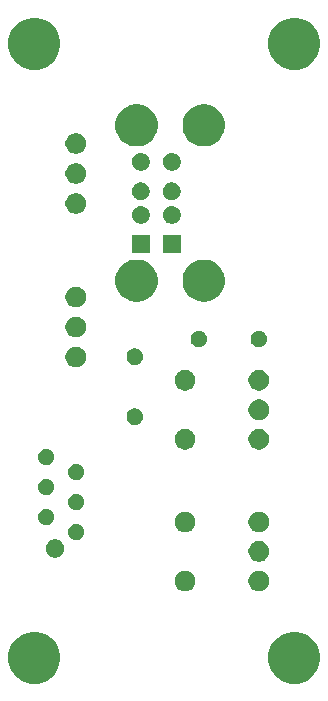
<source format=gbr>
%TF.GenerationSoftware,KiCad,Pcbnew,(5.1.6-0-10_14)*%
%TF.CreationDate,2020-08-18T03:36:25-05:00*%
%TF.ProjectId,Remote,52656d6f-7465-42e6-9b69-6361645f7063,rev?*%
%TF.SameCoordinates,Original*%
%TF.FileFunction,Soldermask,Top*%
%TF.FilePolarity,Negative*%
%FSLAX46Y46*%
G04 Gerber Fmt 4.6, Leading zero omitted, Abs format (unit mm)*
G04 Created by KiCad (PCBNEW (5.1.6-0-10_14)) date 2020-08-18 03:36:25*
%MOMM*%
%LPD*%
G01*
G04 APERTURE LIST*
%ADD10C,0.100000*%
G04 APERTURE END LIST*
D10*
G36*
X148677716Y-146936545D02*
G01*
X149078091Y-147102385D01*
X149078093Y-147102386D01*
X149258254Y-147222766D01*
X149438418Y-147343148D01*
X149744852Y-147649582D01*
X149985615Y-148009909D01*
X150151455Y-148410284D01*
X150236000Y-148835319D01*
X150236000Y-149268681D01*
X150151455Y-149693716D01*
X149985615Y-150094091D01*
X149744852Y-150454418D01*
X149438418Y-150760852D01*
X149258254Y-150881234D01*
X149078093Y-151001614D01*
X149078092Y-151001615D01*
X149078091Y-151001615D01*
X148677716Y-151167455D01*
X148252681Y-151252000D01*
X147819319Y-151252000D01*
X147394284Y-151167455D01*
X146993909Y-151001615D01*
X146993908Y-151001615D01*
X146993907Y-151001614D01*
X146813746Y-150881234D01*
X146633582Y-150760852D01*
X146327148Y-150454418D01*
X146086385Y-150094091D01*
X145920545Y-149693716D01*
X145836000Y-149268681D01*
X145836000Y-148835319D01*
X145920545Y-148410284D01*
X146086385Y-148009909D01*
X146327148Y-147649582D01*
X146633582Y-147343148D01*
X146813746Y-147222766D01*
X146993907Y-147102386D01*
X146993909Y-147102385D01*
X147394284Y-146936545D01*
X147819319Y-146852000D01*
X148252681Y-146852000D01*
X148677716Y-146936545D01*
G37*
G36*
X126677716Y-146936545D02*
G01*
X127078091Y-147102385D01*
X127078093Y-147102386D01*
X127258254Y-147222766D01*
X127438418Y-147343148D01*
X127744852Y-147649582D01*
X127985615Y-148009909D01*
X128151455Y-148410284D01*
X128236000Y-148835319D01*
X128236000Y-149268681D01*
X128151455Y-149693716D01*
X127985615Y-150094091D01*
X127744852Y-150454418D01*
X127438418Y-150760852D01*
X127258254Y-150881234D01*
X127078093Y-151001614D01*
X127078092Y-151001615D01*
X127078091Y-151001615D01*
X126677716Y-151167455D01*
X126252681Y-151252000D01*
X125819319Y-151252000D01*
X125394284Y-151167455D01*
X124993909Y-151001615D01*
X124993908Y-151001615D01*
X124993907Y-151001614D01*
X124813746Y-150881234D01*
X124633582Y-150760852D01*
X124327148Y-150454418D01*
X124086385Y-150094091D01*
X123920545Y-149693716D01*
X123836000Y-149268681D01*
X123836000Y-148835319D01*
X123920545Y-148410284D01*
X124086385Y-148009909D01*
X124327148Y-147649582D01*
X124633582Y-147343148D01*
X124813746Y-147222766D01*
X124993907Y-147102386D01*
X124993909Y-147102385D01*
X125394284Y-146936545D01*
X125819319Y-146852000D01*
X126252681Y-146852000D01*
X126677716Y-146936545D01*
G37*
G36*
X145291228Y-141710626D02*
G01*
X145450468Y-141776585D01*
X145450470Y-141776586D01*
X145522124Y-141824464D01*
X145593780Y-141872343D01*
X145715657Y-141994220D01*
X145811415Y-142137532D01*
X145877374Y-142296772D01*
X145911000Y-142465820D01*
X145911000Y-142638180D01*
X145877374Y-142807228D01*
X145811415Y-142966468D01*
X145715657Y-143109780D01*
X145593780Y-143231657D01*
X145522124Y-143279536D01*
X145450470Y-143327414D01*
X145450469Y-143327415D01*
X145450468Y-143327415D01*
X145291228Y-143393374D01*
X145122180Y-143427000D01*
X144949820Y-143427000D01*
X144780772Y-143393374D01*
X144621532Y-143327415D01*
X144621531Y-143327415D01*
X144621530Y-143327414D01*
X144549876Y-143279536D01*
X144478220Y-143231657D01*
X144356343Y-143109780D01*
X144260585Y-142966468D01*
X144194626Y-142807228D01*
X144161000Y-142638180D01*
X144161000Y-142465820D01*
X144194626Y-142296772D01*
X144260585Y-142137532D01*
X144356343Y-141994220D01*
X144478220Y-141872343D01*
X144549876Y-141824464D01*
X144621530Y-141776586D01*
X144621532Y-141776585D01*
X144780772Y-141710626D01*
X144949820Y-141677000D01*
X145122180Y-141677000D01*
X145291228Y-141710626D01*
G37*
G36*
X139041228Y-141710626D02*
G01*
X139200468Y-141776585D01*
X139200470Y-141776586D01*
X139272124Y-141824464D01*
X139343780Y-141872343D01*
X139465657Y-141994220D01*
X139561415Y-142137532D01*
X139627374Y-142296772D01*
X139661000Y-142465820D01*
X139661000Y-142638180D01*
X139627374Y-142807228D01*
X139561415Y-142966468D01*
X139465657Y-143109780D01*
X139343780Y-143231657D01*
X139272124Y-143279536D01*
X139200470Y-143327414D01*
X139200469Y-143327415D01*
X139200468Y-143327415D01*
X139041228Y-143393374D01*
X138872180Y-143427000D01*
X138699820Y-143427000D01*
X138530772Y-143393374D01*
X138371532Y-143327415D01*
X138371531Y-143327415D01*
X138371530Y-143327414D01*
X138299876Y-143279536D01*
X138228220Y-143231657D01*
X138106343Y-143109780D01*
X138010585Y-142966468D01*
X137944626Y-142807228D01*
X137911000Y-142638180D01*
X137911000Y-142465820D01*
X137944626Y-142296772D01*
X138010585Y-142137532D01*
X138106343Y-141994220D01*
X138228220Y-141872343D01*
X138299876Y-141824464D01*
X138371530Y-141776586D01*
X138371532Y-141776585D01*
X138530772Y-141710626D01*
X138699820Y-141677000D01*
X138872180Y-141677000D01*
X139041228Y-141710626D01*
G37*
G36*
X145291228Y-139210626D02*
G01*
X145450468Y-139276585D01*
X145450470Y-139276586D01*
X145497433Y-139307966D01*
X145593780Y-139372343D01*
X145715657Y-139494220D01*
X145811415Y-139637532D01*
X145877374Y-139796772D01*
X145911000Y-139965820D01*
X145911000Y-140138180D01*
X145877374Y-140307228D01*
X145811415Y-140466468D01*
X145715657Y-140609780D01*
X145593780Y-140731657D01*
X145522124Y-140779536D01*
X145450470Y-140827414D01*
X145450469Y-140827415D01*
X145450468Y-140827415D01*
X145291228Y-140893374D01*
X145122180Y-140927000D01*
X144949820Y-140927000D01*
X144780772Y-140893374D01*
X144621532Y-140827415D01*
X144621531Y-140827415D01*
X144621530Y-140827414D01*
X144549876Y-140779536D01*
X144478220Y-140731657D01*
X144356343Y-140609780D01*
X144260585Y-140466468D01*
X144194626Y-140307228D01*
X144161000Y-140138180D01*
X144161000Y-139965820D01*
X144194626Y-139796772D01*
X144260585Y-139637532D01*
X144356343Y-139494220D01*
X144478220Y-139372343D01*
X144574567Y-139307966D01*
X144621530Y-139276586D01*
X144621532Y-139276585D01*
X144780772Y-139210626D01*
X144949820Y-139177000D01*
X145122180Y-139177000D01*
X145291228Y-139210626D01*
G37*
G36*
X128002059Y-139056783D02*
G01*
X128143100Y-139115204D01*
X128270034Y-139200018D01*
X128377982Y-139307966D01*
X128462796Y-139434900D01*
X128521217Y-139575941D01*
X128551000Y-139725669D01*
X128551000Y-139878331D01*
X128521217Y-140028059D01*
X128462796Y-140169100D01*
X128377982Y-140296034D01*
X128270034Y-140403982D01*
X128143100Y-140488796D01*
X128002059Y-140547217D01*
X127852331Y-140577000D01*
X127699669Y-140577000D01*
X127549941Y-140547217D01*
X127408900Y-140488796D01*
X127281966Y-140403982D01*
X127174018Y-140296034D01*
X127089204Y-140169100D01*
X127030783Y-140028059D01*
X127001000Y-139878331D01*
X127001000Y-139725669D01*
X127030783Y-139575941D01*
X127089204Y-139434900D01*
X127174018Y-139307966D01*
X127281966Y-139200018D01*
X127408900Y-139115204D01*
X127549941Y-139056783D01*
X127699669Y-139027000D01*
X127852331Y-139027000D01*
X128002059Y-139056783D01*
G37*
G36*
X129777411Y-137738036D02*
G01*
X129903074Y-137790087D01*
X129903076Y-137790088D01*
X129959621Y-137827871D01*
X130016168Y-137865654D01*
X130112346Y-137961832D01*
X130187913Y-138074926D01*
X130239964Y-138200589D01*
X130266500Y-138333992D01*
X130266500Y-138470008D01*
X130239964Y-138603411D01*
X130187913Y-138729074D01*
X130112346Y-138842168D01*
X130016168Y-138938346D01*
X129959621Y-138976129D01*
X129903076Y-139013912D01*
X129903075Y-139013913D01*
X129903074Y-139013913D01*
X129777411Y-139065964D01*
X129644008Y-139092500D01*
X129507992Y-139092500D01*
X129374589Y-139065964D01*
X129248926Y-139013913D01*
X129248925Y-139013913D01*
X129248924Y-139013912D01*
X129192379Y-138976130D01*
X129135832Y-138938346D01*
X129039654Y-138842168D01*
X128964087Y-138729074D01*
X128912036Y-138603411D01*
X128885500Y-138470008D01*
X128885500Y-138333992D01*
X128912036Y-138200589D01*
X128964087Y-138074926D01*
X129039654Y-137961832D01*
X129135832Y-137865654D01*
X129192379Y-137827871D01*
X129248924Y-137790088D01*
X129248926Y-137790087D01*
X129374589Y-137738036D01*
X129507992Y-137711500D01*
X129644008Y-137711500D01*
X129777411Y-137738036D01*
G37*
G36*
X145291228Y-136710626D02*
G01*
X145450468Y-136776585D01*
X145450470Y-136776586D01*
X145522124Y-136824464D01*
X145593780Y-136872343D01*
X145715657Y-136994220D01*
X145811415Y-137137532D01*
X145877374Y-137296772D01*
X145911000Y-137465820D01*
X145911000Y-137638180D01*
X145877374Y-137807228D01*
X145811415Y-137966468D01*
X145715657Y-138109780D01*
X145593780Y-138231657D01*
X145522124Y-138279536D01*
X145450470Y-138327414D01*
X145450469Y-138327415D01*
X145450468Y-138327415D01*
X145291228Y-138393374D01*
X145122180Y-138427000D01*
X144949820Y-138427000D01*
X144780772Y-138393374D01*
X144621532Y-138327415D01*
X144621531Y-138327415D01*
X144621530Y-138327414D01*
X144549876Y-138279536D01*
X144478220Y-138231657D01*
X144356343Y-138109780D01*
X144260585Y-137966468D01*
X144194626Y-137807228D01*
X144161000Y-137638180D01*
X144161000Y-137465820D01*
X144194626Y-137296772D01*
X144260585Y-137137532D01*
X144356343Y-136994220D01*
X144478220Y-136872343D01*
X144549876Y-136824464D01*
X144621530Y-136776586D01*
X144621532Y-136776585D01*
X144780772Y-136710626D01*
X144949820Y-136677000D01*
X145122180Y-136677000D01*
X145291228Y-136710626D01*
G37*
G36*
X139041228Y-136710626D02*
G01*
X139200468Y-136776585D01*
X139200470Y-136776586D01*
X139272124Y-136824464D01*
X139343780Y-136872343D01*
X139465657Y-136994220D01*
X139561415Y-137137532D01*
X139627374Y-137296772D01*
X139661000Y-137465820D01*
X139661000Y-137638180D01*
X139627374Y-137807228D01*
X139561415Y-137966468D01*
X139465657Y-138109780D01*
X139343780Y-138231657D01*
X139272124Y-138279536D01*
X139200470Y-138327414D01*
X139200469Y-138327415D01*
X139200468Y-138327415D01*
X139041228Y-138393374D01*
X138872180Y-138427000D01*
X138699820Y-138427000D01*
X138530772Y-138393374D01*
X138371532Y-138327415D01*
X138371531Y-138327415D01*
X138371530Y-138327414D01*
X138299876Y-138279536D01*
X138228220Y-138231657D01*
X138106343Y-138109780D01*
X138010585Y-137966468D01*
X137944626Y-137807228D01*
X137911000Y-137638180D01*
X137911000Y-137465820D01*
X137944626Y-137296772D01*
X138010585Y-137137532D01*
X138106343Y-136994220D01*
X138228220Y-136872343D01*
X138299876Y-136824464D01*
X138371530Y-136776586D01*
X138371532Y-136776585D01*
X138530772Y-136710626D01*
X138699820Y-136677000D01*
X138872180Y-136677000D01*
X139041228Y-136710626D01*
G37*
G36*
X127237411Y-136468036D02*
G01*
X127363074Y-136520087D01*
X127363076Y-136520088D01*
X127419621Y-136557871D01*
X127476168Y-136595654D01*
X127572346Y-136691832D01*
X127647913Y-136804926D01*
X127699964Y-136930589D01*
X127726500Y-137063992D01*
X127726500Y-137200008D01*
X127699964Y-137333411D01*
X127647913Y-137459074D01*
X127647912Y-137459076D01*
X127610129Y-137515621D01*
X127572346Y-137572168D01*
X127476168Y-137668346D01*
X127419621Y-137706129D01*
X127363076Y-137743912D01*
X127363075Y-137743913D01*
X127363074Y-137743913D01*
X127237411Y-137795964D01*
X127104008Y-137822500D01*
X126967992Y-137822500D01*
X126834589Y-137795964D01*
X126708926Y-137743913D01*
X126708925Y-137743913D01*
X126708924Y-137743912D01*
X126652379Y-137706129D01*
X126595832Y-137668346D01*
X126499654Y-137572168D01*
X126461871Y-137515621D01*
X126424088Y-137459076D01*
X126424087Y-137459074D01*
X126372036Y-137333411D01*
X126345500Y-137200008D01*
X126345500Y-137063992D01*
X126372036Y-136930589D01*
X126424087Y-136804926D01*
X126499654Y-136691832D01*
X126595832Y-136595654D01*
X126652379Y-136557870D01*
X126708924Y-136520088D01*
X126708926Y-136520087D01*
X126834589Y-136468036D01*
X126967992Y-136441500D01*
X127104008Y-136441500D01*
X127237411Y-136468036D01*
G37*
G36*
X129777411Y-135198036D02*
G01*
X129903074Y-135250087D01*
X129903076Y-135250088D01*
X129959621Y-135287870D01*
X130016168Y-135325654D01*
X130112346Y-135421832D01*
X130187913Y-135534926D01*
X130239964Y-135660589D01*
X130266500Y-135793992D01*
X130266500Y-135930008D01*
X130239964Y-136063411D01*
X130187913Y-136189074D01*
X130112346Y-136302168D01*
X130016168Y-136398346D01*
X129959621Y-136436129D01*
X129903076Y-136473912D01*
X129903075Y-136473913D01*
X129903074Y-136473913D01*
X129777411Y-136525964D01*
X129644008Y-136552500D01*
X129507992Y-136552500D01*
X129374589Y-136525964D01*
X129248926Y-136473913D01*
X129248925Y-136473913D01*
X129248924Y-136473912D01*
X129192379Y-136436129D01*
X129135832Y-136398346D01*
X129039654Y-136302168D01*
X128964087Y-136189074D01*
X128912036Y-136063411D01*
X128885500Y-135930008D01*
X128885500Y-135793992D01*
X128912036Y-135660589D01*
X128964087Y-135534926D01*
X129039654Y-135421832D01*
X129135832Y-135325654D01*
X129192379Y-135287870D01*
X129248924Y-135250088D01*
X129248926Y-135250087D01*
X129374589Y-135198036D01*
X129507992Y-135171500D01*
X129644008Y-135171500D01*
X129777411Y-135198036D01*
G37*
G36*
X127237411Y-133928036D02*
G01*
X127363074Y-133980087D01*
X127363076Y-133980088D01*
X127419621Y-134017871D01*
X127476168Y-134055654D01*
X127572346Y-134151832D01*
X127647913Y-134264926D01*
X127699964Y-134390589D01*
X127726500Y-134523992D01*
X127726500Y-134660008D01*
X127699964Y-134793411D01*
X127647913Y-134919074D01*
X127572346Y-135032168D01*
X127476168Y-135128346D01*
X127419621Y-135166130D01*
X127363076Y-135203912D01*
X127363075Y-135203913D01*
X127363074Y-135203913D01*
X127237411Y-135255964D01*
X127104008Y-135282500D01*
X126967992Y-135282500D01*
X126834589Y-135255964D01*
X126708926Y-135203913D01*
X126708925Y-135203913D01*
X126708924Y-135203912D01*
X126652379Y-135166130D01*
X126595832Y-135128346D01*
X126499654Y-135032168D01*
X126424087Y-134919074D01*
X126372036Y-134793411D01*
X126345500Y-134660008D01*
X126345500Y-134523992D01*
X126372036Y-134390589D01*
X126424087Y-134264926D01*
X126499654Y-134151832D01*
X126595832Y-134055654D01*
X126652379Y-134017871D01*
X126708924Y-133980088D01*
X126708926Y-133980087D01*
X126834589Y-133928036D01*
X126967992Y-133901500D01*
X127104008Y-133901500D01*
X127237411Y-133928036D01*
G37*
G36*
X129777411Y-132658036D02*
G01*
X129903074Y-132710087D01*
X129903076Y-132710088D01*
X129959621Y-132747871D01*
X130016168Y-132785654D01*
X130112346Y-132881832D01*
X130187913Y-132994926D01*
X130239964Y-133120589D01*
X130266500Y-133253992D01*
X130266500Y-133390008D01*
X130239964Y-133523411D01*
X130187913Y-133649074D01*
X130112346Y-133762168D01*
X130016168Y-133858346D01*
X129959621Y-133896130D01*
X129903076Y-133933912D01*
X129903075Y-133933913D01*
X129903074Y-133933913D01*
X129777411Y-133985964D01*
X129644008Y-134012500D01*
X129507992Y-134012500D01*
X129374589Y-133985964D01*
X129248926Y-133933913D01*
X129248925Y-133933913D01*
X129248924Y-133933912D01*
X129192379Y-133896129D01*
X129135832Y-133858346D01*
X129039654Y-133762168D01*
X128964087Y-133649074D01*
X128912036Y-133523411D01*
X128885500Y-133390008D01*
X128885500Y-133253992D01*
X128912036Y-133120589D01*
X128964087Y-132994926D01*
X129039654Y-132881832D01*
X129135832Y-132785654D01*
X129192379Y-132747871D01*
X129248924Y-132710088D01*
X129248926Y-132710087D01*
X129374589Y-132658036D01*
X129507992Y-132631500D01*
X129644008Y-132631500D01*
X129777411Y-132658036D01*
G37*
G36*
X127237411Y-131388036D02*
G01*
X127363074Y-131440087D01*
X127363076Y-131440088D01*
X127419621Y-131477870D01*
X127476168Y-131515654D01*
X127572346Y-131611832D01*
X127647913Y-131724926D01*
X127699964Y-131850589D01*
X127726500Y-131983992D01*
X127726500Y-132120008D01*
X127699964Y-132253411D01*
X127647913Y-132379074D01*
X127572346Y-132492168D01*
X127476168Y-132588346D01*
X127419621Y-132626129D01*
X127363076Y-132663912D01*
X127363075Y-132663913D01*
X127363074Y-132663913D01*
X127237411Y-132715964D01*
X127104008Y-132742500D01*
X126967992Y-132742500D01*
X126834589Y-132715964D01*
X126708926Y-132663913D01*
X126708925Y-132663913D01*
X126708924Y-132663912D01*
X126652379Y-132626129D01*
X126595832Y-132588346D01*
X126499654Y-132492168D01*
X126424087Y-132379074D01*
X126372036Y-132253411D01*
X126345500Y-132120008D01*
X126345500Y-131983992D01*
X126372036Y-131850589D01*
X126424087Y-131724926D01*
X126499654Y-131611832D01*
X126595832Y-131515654D01*
X126652379Y-131477871D01*
X126708924Y-131440088D01*
X126708926Y-131440087D01*
X126834589Y-131388036D01*
X126967992Y-131361500D01*
X127104008Y-131361500D01*
X127237411Y-131388036D01*
G37*
G36*
X145291228Y-129710626D02*
G01*
X145450468Y-129776585D01*
X145450470Y-129776586D01*
X145522124Y-129824464D01*
X145593780Y-129872343D01*
X145715657Y-129994220D01*
X145811415Y-130137532D01*
X145877374Y-130296772D01*
X145911000Y-130465820D01*
X145911000Y-130638180D01*
X145877374Y-130807228D01*
X145811415Y-130966468D01*
X145715657Y-131109780D01*
X145593780Y-131231657D01*
X145522124Y-131279536D01*
X145450470Y-131327414D01*
X145450469Y-131327415D01*
X145450468Y-131327415D01*
X145291228Y-131393374D01*
X145122180Y-131427000D01*
X144949820Y-131427000D01*
X144780772Y-131393374D01*
X144621532Y-131327415D01*
X144621531Y-131327415D01*
X144621530Y-131327414D01*
X144549876Y-131279536D01*
X144478220Y-131231657D01*
X144356343Y-131109780D01*
X144260585Y-130966468D01*
X144194626Y-130807228D01*
X144161000Y-130638180D01*
X144161000Y-130465820D01*
X144194626Y-130296772D01*
X144260585Y-130137532D01*
X144356343Y-129994220D01*
X144478220Y-129872343D01*
X144549876Y-129824464D01*
X144621530Y-129776586D01*
X144621532Y-129776585D01*
X144780772Y-129710626D01*
X144949820Y-129677000D01*
X145122180Y-129677000D01*
X145291228Y-129710626D01*
G37*
G36*
X139041228Y-129710626D02*
G01*
X139200468Y-129776585D01*
X139200470Y-129776586D01*
X139272124Y-129824464D01*
X139343780Y-129872343D01*
X139465657Y-129994220D01*
X139561415Y-130137532D01*
X139627374Y-130296772D01*
X139661000Y-130465820D01*
X139661000Y-130638180D01*
X139627374Y-130807228D01*
X139561415Y-130966468D01*
X139465657Y-131109780D01*
X139343780Y-131231657D01*
X139272124Y-131279536D01*
X139200470Y-131327414D01*
X139200469Y-131327415D01*
X139200468Y-131327415D01*
X139041228Y-131393374D01*
X138872180Y-131427000D01*
X138699820Y-131427000D01*
X138530772Y-131393374D01*
X138371532Y-131327415D01*
X138371531Y-131327415D01*
X138371530Y-131327414D01*
X138299876Y-131279536D01*
X138228220Y-131231657D01*
X138106343Y-131109780D01*
X138010585Y-130966468D01*
X137944626Y-130807228D01*
X137911000Y-130638180D01*
X137911000Y-130465820D01*
X137944626Y-130296772D01*
X138010585Y-130137532D01*
X138106343Y-129994220D01*
X138228220Y-129872343D01*
X138299876Y-129824464D01*
X138371530Y-129776586D01*
X138371532Y-129776585D01*
X138530772Y-129710626D01*
X138699820Y-129677000D01*
X138872180Y-129677000D01*
X139041228Y-129710626D01*
G37*
G36*
X134740182Y-127958901D02*
G01*
X134867574Y-128011668D01*
X134982224Y-128088274D01*
X135079726Y-128185776D01*
X135156332Y-128300426D01*
X135209099Y-128427818D01*
X135236000Y-128563056D01*
X135236000Y-128700944D01*
X135209099Y-128836182D01*
X135156332Y-128963574D01*
X135079726Y-129078224D01*
X134982224Y-129175726D01*
X134867574Y-129252332D01*
X134740182Y-129305099D01*
X134604944Y-129332000D01*
X134467056Y-129332000D01*
X134331818Y-129305099D01*
X134204426Y-129252332D01*
X134089776Y-129175726D01*
X133992274Y-129078224D01*
X133915668Y-128963574D01*
X133862901Y-128836182D01*
X133836000Y-128700944D01*
X133836000Y-128563056D01*
X133862901Y-128427818D01*
X133915668Y-128300426D01*
X133992274Y-128185776D01*
X134089776Y-128088274D01*
X134204426Y-128011668D01*
X134331818Y-127958901D01*
X134467056Y-127932000D01*
X134604944Y-127932000D01*
X134740182Y-127958901D01*
G37*
G36*
X145291228Y-127210626D02*
G01*
X145450468Y-127276585D01*
X145450470Y-127276586D01*
X145522124Y-127324464D01*
X145593780Y-127372343D01*
X145715657Y-127494220D01*
X145811415Y-127637532D01*
X145877374Y-127796772D01*
X145911000Y-127965820D01*
X145911000Y-128138180D01*
X145877374Y-128307228D01*
X145811415Y-128466468D01*
X145715657Y-128609780D01*
X145593780Y-128731657D01*
X145522124Y-128779536D01*
X145450470Y-128827414D01*
X145450469Y-128827415D01*
X145450468Y-128827415D01*
X145291228Y-128893374D01*
X145122180Y-128927000D01*
X144949820Y-128927000D01*
X144780772Y-128893374D01*
X144621532Y-128827415D01*
X144621531Y-128827415D01*
X144621530Y-128827414D01*
X144549876Y-128779536D01*
X144478220Y-128731657D01*
X144356343Y-128609780D01*
X144260585Y-128466468D01*
X144194626Y-128307228D01*
X144161000Y-128138180D01*
X144161000Y-127965820D01*
X144194626Y-127796772D01*
X144260585Y-127637532D01*
X144356343Y-127494220D01*
X144478220Y-127372343D01*
X144549876Y-127324464D01*
X144621530Y-127276586D01*
X144621532Y-127276585D01*
X144780772Y-127210626D01*
X144949820Y-127177000D01*
X145122180Y-127177000D01*
X145291228Y-127210626D01*
G37*
G36*
X145291228Y-124710626D02*
G01*
X145450468Y-124776585D01*
X145450470Y-124776586D01*
X145522124Y-124824464D01*
X145593780Y-124872343D01*
X145715657Y-124994220D01*
X145811415Y-125137532D01*
X145877374Y-125296772D01*
X145911000Y-125465820D01*
X145911000Y-125638180D01*
X145877374Y-125807228D01*
X145811415Y-125966468D01*
X145715657Y-126109780D01*
X145593780Y-126231657D01*
X145522124Y-126279536D01*
X145450470Y-126327414D01*
X145450469Y-126327415D01*
X145450468Y-126327415D01*
X145291228Y-126393374D01*
X145122180Y-126427000D01*
X144949820Y-126427000D01*
X144780772Y-126393374D01*
X144621532Y-126327415D01*
X144621531Y-126327415D01*
X144621530Y-126327414D01*
X144549876Y-126279536D01*
X144478220Y-126231657D01*
X144356343Y-126109780D01*
X144260585Y-125966468D01*
X144194626Y-125807228D01*
X144161000Y-125638180D01*
X144161000Y-125465820D01*
X144194626Y-125296772D01*
X144260585Y-125137532D01*
X144356343Y-124994220D01*
X144478220Y-124872343D01*
X144549876Y-124824464D01*
X144621530Y-124776586D01*
X144621532Y-124776585D01*
X144780772Y-124710626D01*
X144949820Y-124677000D01*
X145122180Y-124677000D01*
X145291228Y-124710626D01*
G37*
G36*
X139041228Y-124710626D02*
G01*
X139200468Y-124776585D01*
X139200470Y-124776586D01*
X139272124Y-124824464D01*
X139343780Y-124872343D01*
X139465657Y-124994220D01*
X139561415Y-125137532D01*
X139627374Y-125296772D01*
X139661000Y-125465820D01*
X139661000Y-125638180D01*
X139627374Y-125807228D01*
X139561415Y-125966468D01*
X139465657Y-126109780D01*
X139343780Y-126231657D01*
X139272124Y-126279536D01*
X139200470Y-126327414D01*
X139200469Y-126327415D01*
X139200468Y-126327415D01*
X139041228Y-126393374D01*
X138872180Y-126427000D01*
X138699820Y-126427000D01*
X138530772Y-126393374D01*
X138371532Y-126327415D01*
X138371531Y-126327415D01*
X138371530Y-126327414D01*
X138299876Y-126279536D01*
X138228220Y-126231657D01*
X138106343Y-126109780D01*
X138010585Y-125966468D01*
X137944626Y-125807228D01*
X137911000Y-125638180D01*
X137911000Y-125465820D01*
X137944626Y-125296772D01*
X138010585Y-125137532D01*
X138106343Y-124994220D01*
X138228220Y-124872343D01*
X138299876Y-124824464D01*
X138371530Y-124776586D01*
X138371532Y-124776585D01*
X138530772Y-124710626D01*
X138699820Y-124677000D01*
X138872180Y-124677000D01*
X139041228Y-124710626D01*
G37*
G36*
X129791228Y-122750626D02*
G01*
X129950468Y-122816585D01*
X129950470Y-122816586D01*
X130003470Y-122852000D01*
X130093780Y-122912343D01*
X130215657Y-123034220D01*
X130311415Y-123177532D01*
X130377374Y-123336772D01*
X130411000Y-123505820D01*
X130411000Y-123678180D01*
X130377374Y-123847228D01*
X130311415Y-124006468D01*
X130215657Y-124149780D01*
X130093780Y-124271657D01*
X130022124Y-124319536D01*
X129950470Y-124367414D01*
X129950469Y-124367415D01*
X129950468Y-124367415D01*
X129791228Y-124433374D01*
X129622180Y-124467000D01*
X129449820Y-124467000D01*
X129280772Y-124433374D01*
X129121532Y-124367415D01*
X129121531Y-124367415D01*
X129121530Y-124367414D01*
X129049876Y-124319536D01*
X128978220Y-124271657D01*
X128856343Y-124149780D01*
X128760585Y-124006468D01*
X128694626Y-123847228D01*
X128661000Y-123678180D01*
X128661000Y-123505820D01*
X128694626Y-123336772D01*
X128760585Y-123177532D01*
X128856343Y-123034220D01*
X128978220Y-122912343D01*
X129068530Y-122852000D01*
X129121530Y-122816586D01*
X129121532Y-122816585D01*
X129280772Y-122750626D01*
X129449820Y-122717000D01*
X129622180Y-122717000D01*
X129791228Y-122750626D01*
G37*
G36*
X134740182Y-122878901D02*
G01*
X134867574Y-122931668D01*
X134982224Y-123008274D01*
X135079726Y-123105776D01*
X135156332Y-123220426D01*
X135209099Y-123347818D01*
X135236000Y-123483056D01*
X135236000Y-123620944D01*
X135209099Y-123756182D01*
X135156332Y-123883574D01*
X135079726Y-123998224D01*
X134982224Y-124095726D01*
X134867574Y-124172332D01*
X134740182Y-124225099D01*
X134604944Y-124252000D01*
X134467056Y-124252000D01*
X134331818Y-124225099D01*
X134204426Y-124172332D01*
X134089776Y-124095726D01*
X133992274Y-123998224D01*
X133915668Y-123883574D01*
X133862901Y-123756182D01*
X133836000Y-123620944D01*
X133836000Y-123483056D01*
X133862901Y-123347818D01*
X133915668Y-123220426D01*
X133992274Y-123105776D01*
X134089776Y-123008274D01*
X134204426Y-122931668D01*
X134331818Y-122878901D01*
X134467056Y-122852000D01*
X134604944Y-122852000D01*
X134740182Y-122878901D01*
G37*
G36*
X140160182Y-121378901D02*
G01*
X140287574Y-121431668D01*
X140402224Y-121508274D01*
X140499726Y-121605776D01*
X140576332Y-121720426D01*
X140629099Y-121847818D01*
X140656000Y-121983056D01*
X140656000Y-122120944D01*
X140629099Y-122256182D01*
X140576332Y-122383574D01*
X140499726Y-122498224D01*
X140402224Y-122595726D01*
X140287574Y-122672332D01*
X140160182Y-122725099D01*
X140024944Y-122752000D01*
X139887056Y-122752000D01*
X139751818Y-122725099D01*
X139624426Y-122672332D01*
X139509776Y-122595726D01*
X139412274Y-122498224D01*
X139335668Y-122383574D01*
X139282901Y-122256182D01*
X139256000Y-122120944D01*
X139256000Y-121983056D01*
X139282901Y-121847818D01*
X139335668Y-121720426D01*
X139412274Y-121605776D01*
X139509776Y-121508274D01*
X139624426Y-121431668D01*
X139751818Y-121378901D01*
X139887056Y-121352000D01*
X140024944Y-121352000D01*
X140160182Y-121378901D01*
G37*
G36*
X145240182Y-121378901D02*
G01*
X145367574Y-121431668D01*
X145482224Y-121508274D01*
X145579726Y-121605776D01*
X145656332Y-121720426D01*
X145709099Y-121847818D01*
X145736000Y-121983056D01*
X145736000Y-122120944D01*
X145709099Y-122256182D01*
X145656332Y-122383574D01*
X145579726Y-122498224D01*
X145482224Y-122595726D01*
X145367574Y-122672332D01*
X145240182Y-122725099D01*
X145104944Y-122752000D01*
X144967056Y-122752000D01*
X144831818Y-122725099D01*
X144704426Y-122672332D01*
X144589776Y-122595726D01*
X144492274Y-122498224D01*
X144415668Y-122383574D01*
X144362901Y-122256182D01*
X144336000Y-122120944D01*
X144336000Y-121983056D01*
X144362901Y-121847818D01*
X144415668Y-121720426D01*
X144492274Y-121605776D01*
X144589776Y-121508274D01*
X144704426Y-121431668D01*
X144831818Y-121378901D01*
X144967056Y-121352000D01*
X145104944Y-121352000D01*
X145240182Y-121378901D01*
G37*
G36*
X129791228Y-120210626D02*
G01*
X129950468Y-120276585D01*
X129950470Y-120276586D01*
X130022124Y-120324464D01*
X130093780Y-120372343D01*
X130215657Y-120494220D01*
X130311415Y-120637532D01*
X130377374Y-120796772D01*
X130411000Y-120965820D01*
X130411000Y-121138180D01*
X130377374Y-121307228D01*
X130311415Y-121466468D01*
X130215657Y-121609780D01*
X130093780Y-121731657D01*
X130022124Y-121779536D01*
X129950470Y-121827414D01*
X129950469Y-121827415D01*
X129950468Y-121827415D01*
X129791228Y-121893374D01*
X129622180Y-121927000D01*
X129449820Y-121927000D01*
X129280772Y-121893374D01*
X129121532Y-121827415D01*
X129121531Y-121827415D01*
X129121530Y-121827414D01*
X129049876Y-121779536D01*
X128978220Y-121731657D01*
X128856343Y-121609780D01*
X128760585Y-121466468D01*
X128694626Y-121307228D01*
X128661000Y-121138180D01*
X128661000Y-120965820D01*
X128694626Y-120796772D01*
X128760585Y-120637532D01*
X128856343Y-120494220D01*
X128978220Y-120372343D01*
X129049876Y-120324464D01*
X129121530Y-120276586D01*
X129121532Y-120276585D01*
X129280772Y-120210626D01*
X129449820Y-120177000D01*
X129622180Y-120177000D01*
X129791228Y-120210626D01*
G37*
G36*
X129791228Y-117670626D02*
G01*
X129950468Y-117736585D01*
X129950470Y-117736586D01*
X130022124Y-117784464D01*
X130093780Y-117832343D01*
X130215657Y-117954220D01*
X130311415Y-118097532D01*
X130377374Y-118256772D01*
X130411000Y-118425820D01*
X130411000Y-118598180D01*
X130377374Y-118767228D01*
X130311415Y-118926468D01*
X130215657Y-119069780D01*
X130093780Y-119191657D01*
X130022124Y-119239536D01*
X129950470Y-119287414D01*
X129950469Y-119287415D01*
X129950468Y-119287415D01*
X129791228Y-119353374D01*
X129622180Y-119387000D01*
X129449820Y-119387000D01*
X129280772Y-119353374D01*
X129121532Y-119287415D01*
X129121531Y-119287415D01*
X129121530Y-119287414D01*
X129049876Y-119239536D01*
X128978220Y-119191657D01*
X128856343Y-119069780D01*
X128760585Y-118926468D01*
X128694626Y-118767228D01*
X128661000Y-118598180D01*
X128661000Y-118425820D01*
X128694626Y-118256772D01*
X128760585Y-118097532D01*
X128856343Y-117954220D01*
X128978220Y-117832343D01*
X129049876Y-117784464D01*
X129121530Y-117736586D01*
X129121532Y-117736585D01*
X129280772Y-117670626D01*
X129449820Y-117637000D01*
X129622180Y-117637000D01*
X129791228Y-117670626D01*
G37*
G36*
X140714236Y-115371298D02*
G01*
X140886665Y-115405596D01*
X141211515Y-115540153D01*
X141503871Y-115735500D01*
X141752500Y-115984129D01*
X141947847Y-116276485D01*
X142082404Y-116601335D01*
X142151000Y-116946193D01*
X142151000Y-117297807D01*
X142082404Y-117642665D01*
X141947847Y-117967515D01*
X141752500Y-118259871D01*
X141503871Y-118508500D01*
X141211515Y-118703847D01*
X140886665Y-118838404D01*
X140714236Y-118872702D01*
X140541809Y-118907000D01*
X140190191Y-118907000D01*
X140017764Y-118872702D01*
X139845335Y-118838404D01*
X139520485Y-118703847D01*
X139228129Y-118508500D01*
X138979500Y-118259871D01*
X138784153Y-117967515D01*
X138649596Y-117642665D01*
X138581000Y-117297807D01*
X138581000Y-116946193D01*
X138649596Y-116601335D01*
X138784153Y-116276485D01*
X138979500Y-115984129D01*
X139228129Y-115735500D01*
X139520485Y-115540153D01*
X139845335Y-115405596D01*
X140017764Y-115371298D01*
X140190191Y-115337000D01*
X140541809Y-115337000D01*
X140714236Y-115371298D01*
G37*
G36*
X135034236Y-115371298D02*
G01*
X135206665Y-115405596D01*
X135531515Y-115540153D01*
X135823871Y-115735500D01*
X136072500Y-115984129D01*
X136267847Y-116276485D01*
X136402404Y-116601335D01*
X136471000Y-116946193D01*
X136471000Y-117297807D01*
X136402404Y-117642665D01*
X136267847Y-117967515D01*
X136072500Y-118259871D01*
X135823871Y-118508500D01*
X135531515Y-118703847D01*
X135206665Y-118838404D01*
X135034236Y-118872702D01*
X134861809Y-118907000D01*
X134510191Y-118907000D01*
X134337764Y-118872702D01*
X134165335Y-118838404D01*
X133840485Y-118703847D01*
X133548129Y-118508500D01*
X133299500Y-118259871D01*
X133104153Y-117967515D01*
X132969596Y-117642665D01*
X132901000Y-117297807D01*
X132901000Y-116946193D01*
X132969596Y-116601335D01*
X133104153Y-116276485D01*
X133299500Y-115984129D01*
X133548129Y-115735500D01*
X133840485Y-115540153D01*
X134165335Y-115405596D01*
X134337764Y-115371298D01*
X134510191Y-115337000D01*
X134861809Y-115337000D01*
X135034236Y-115371298D01*
G37*
G36*
X138406000Y-114802000D02*
G01*
X136906000Y-114802000D01*
X136906000Y-113302000D01*
X138406000Y-113302000D01*
X138406000Y-114802000D01*
G37*
G36*
X135786000Y-114802000D02*
G01*
X134286000Y-114802000D01*
X134286000Y-113302000D01*
X135786000Y-113302000D01*
X135786000Y-114802000D01*
G37*
G36*
X135254767Y-110830822D02*
G01*
X135345761Y-110868513D01*
X135391259Y-110887359D01*
X135472965Y-110941954D01*
X135514097Y-110969437D01*
X135618563Y-111073903D01*
X135618564Y-111073905D01*
X135700641Y-111196741D01*
X135700641Y-111196742D01*
X135757178Y-111333233D01*
X135786000Y-111478131D01*
X135786000Y-111625869D01*
X135757178Y-111770767D01*
X135719487Y-111861761D01*
X135700641Y-111907259D01*
X135646046Y-111988965D01*
X135618563Y-112030097D01*
X135514097Y-112134563D01*
X135472965Y-112162046D01*
X135391259Y-112216641D01*
X135345761Y-112235487D01*
X135254767Y-112273178D01*
X135109869Y-112302000D01*
X134962131Y-112302000D01*
X134817233Y-112273178D01*
X134726239Y-112235487D01*
X134680741Y-112216641D01*
X134599035Y-112162046D01*
X134557903Y-112134563D01*
X134453437Y-112030097D01*
X134425954Y-111988965D01*
X134371359Y-111907259D01*
X134352513Y-111861761D01*
X134314822Y-111770767D01*
X134286000Y-111625869D01*
X134286000Y-111478131D01*
X134314822Y-111333233D01*
X134371359Y-111196742D01*
X134371359Y-111196741D01*
X134453436Y-111073905D01*
X134453437Y-111073903D01*
X134557903Y-110969437D01*
X134599035Y-110941954D01*
X134680741Y-110887359D01*
X134726239Y-110868513D01*
X134817233Y-110830822D01*
X134962131Y-110802000D01*
X135109869Y-110802000D01*
X135254767Y-110830822D01*
G37*
G36*
X137874767Y-110830822D02*
G01*
X137965761Y-110868513D01*
X138011259Y-110887359D01*
X138092965Y-110941954D01*
X138134097Y-110969437D01*
X138238563Y-111073903D01*
X138238564Y-111073905D01*
X138320641Y-111196741D01*
X138320641Y-111196742D01*
X138377178Y-111333233D01*
X138406000Y-111478131D01*
X138406000Y-111625869D01*
X138377178Y-111770767D01*
X138339487Y-111861761D01*
X138320641Y-111907259D01*
X138266046Y-111988965D01*
X138238563Y-112030097D01*
X138134097Y-112134563D01*
X138092965Y-112162046D01*
X138011259Y-112216641D01*
X137965761Y-112235487D01*
X137874767Y-112273178D01*
X137729869Y-112302000D01*
X137582131Y-112302000D01*
X137437233Y-112273178D01*
X137346239Y-112235487D01*
X137300741Y-112216641D01*
X137219035Y-112162046D01*
X137177903Y-112134563D01*
X137073437Y-112030097D01*
X137045954Y-111988965D01*
X136991359Y-111907259D01*
X136972513Y-111861761D01*
X136934822Y-111770767D01*
X136906000Y-111625869D01*
X136906000Y-111478131D01*
X136934822Y-111333233D01*
X136991359Y-111196742D01*
X136991359Y-111196741D01*
X137073436Y-111073905D01*
X137073437Y-111073903D01*
X137177903Y-110969437D01*
X137219035Y-110941954D01*
X137300741Y-110887359D01*
X137346239Y-110868513D01*
X137437233Y-110830822D01*
X137582131Y-110802000D01*
X137729869Y-110802000D01*
X137874767Y-110830822D01*
G37*
G36*
X129791228Y-109750626D02*
G01*
X129950468Y-109816585D01*
X129950470Y-109816586D01*
X130022124Y-109864464D01*
X130093780Y-109912343D01*
X130215657Y-110034220D01*
X130311415Y-110177532D01*
X130377374Y-110336772D01*
X130411000Y-110505820D01*
X130411000Y-110678180D01*
X130377374Y-110847228D01*
X130311415Y-111006468D01*
X130215657Y-111149780D01*
X130093780Y-111271657D01*
X130022124Y-111319536D01*
X129950470Y-111367414D01*
X129950469Y-111367415D01*
X129950468Y-111367415D01*
X129791228Y-111433374D01*
X129622180Y-111467000D01*
X129449820Y-111467000D01*
X129280772Y-111433374D01*
X129121532Y-111367415D01*
X129121531Y-111367415D01*
X129121530Y-111367414D01*
X129049876Y-111319536D01*
X128978220Y-111271657D01*
X128856343Y-111149780D01*
X128760585Y-111006468D01*
X128694626Y-110847228D01*
X128661000Y-110678180D01*
X128661000Y-110505820D01*
X128694626Y-110336772D01*
X128760585Y-110177532D01*
X128856343Y-110034220D01*
X128978220Y-109912343D01*
X129049876Y-109864464D01*
X129121530Y-109816586D01*
X129121532Y-109816585D01*
X129280772Y-109750626D01*
X129449820Y-109717000D01*
X129622180Y-109717000D01*
X129791228Y-109750626D01*
G37*
G36*
X135254767Y-108830822D02*
G01*
X135345761Y-108868513D01*
X135391259Y-108887359D01*
X135472965Y-108941954D01*
X135514097Y-108969437D01*
X135618563Y-109073903D01*
X135618564Y-109073905D01*
X135700641Y-109196741D01*
X135700641Y-109196742D01*
X135757178Y-109333233D01*
X135786000Y-109478131D01*
X135786000Y-109625869D01*
X135757178Y-109770767D01*
X135738199Y-109816585D01*
X135700641Y-109907259D01*
X135646046Y-109988965D01*
X135618563Y-110030097D01*
X135514097Y-110134563D01*
X135472965Y-110162046D01*
X135391259Y-110216641D01*
X135345761Y-110235487D01*
X135254767Y-110273178D01*
X135109869Y-110302000D01*
X134962131Y-110302000D01*
X134817233Y-110273178D01*
X134726239Y-110235487D01*
X134680741Y-110216641D01*
X134599035Y-110162046D01*
X134557903Y-110134563D01*
X134453437Y-110030097D01*
X134425954Y-109988965D01*
X134371359Y-109907259D01*
X134333801Y-109816585D01*
X134314822Y-109770767D01*
X134286000Y-109625869D01*
X134286000Y-109478131D01*
X134314822Y-109333233D01*
X134371359Y-109196742D01*
X134371359Y-109196741D01*
X134453436Y-109073905D01*
X134453437Y-109073903D01*
X134557903Y-108969437D01*
X134599035Y-108941954D01*
X134680741Y-108887359D01*
X134726239Y-108868513D01*
X134817233Y-108830822D01*
X134962131Y-108802000D01*
X135109869Y-108802000D01*
X135254767Y-108830822D01*
G37*
G36*
X137874767Y-108830822D02*
G01*
X137965761Y-108868513D01*
X138011259Y-108887359D01*
X138092965Y-108941954D01*
X138134097Y-108969437D01*
X138238563Y-109073903D01*
X138238564Y-109073905D01*
X138320641Y-109196741D01*
X138320641Y-109196742D01*
X138377178Y-109333233D01*
X138406000Y-109478131D01*
X138406000Y-109625869D01*
X138377178Y-109770767D01*
X138358199Y-109816585D01*
X138320641Y-109907259D01*
X138266046Y-109988965D01*
X138238563Y-110030097D01*
X138134097Y-110134563D01*
X138092965Y-110162046D01*
X138011259Y-110216641D01*
X137965761Y-110235487D01*
X137874767Y-110273178D01*
X137729869Y-110302000D01*
X137582131Y-110302000D01*
X137437233Y-110273178D01*
X137346239Y-110235487D01*
X137300741Y-110216641D01*
X137219035Y-110162046D01*
X137177903Y-110134563D01*
X137073437Y-110030097D01*
X137045954Y-109988965D01*
X136991359Y-109907259D01*
X136953801Y-109816585D01*
X136934822Y-109770767D01*
X136906000Y-109625869D01*
X136906000Y-109478131D01*
X136934822Y-109333233D01*
X136991359Y-109196742D01*
X136991359Y-109196741D01*
X137073436Y-109073905D01*
X137073437Y-109073903D01*
X137177903Y-108969437D01*
X137219035Y-108941954D01*
X137300741Y-108887359D01*
X137346239Y-108868513D01*
X137437233Y-108830822D01*
X137582131Y-108802000D01*
X137729869Y-108802000D01*
X137874767Y-108830822D01*
G37*
G36*
X129791228Y-107210626D02*
G01*
X129950468Y-107276585D01*
X129950470Y-107276586D01*
X130022124Y-107324464D01*
X130093780Y-107372343D01*
X130215657Y-107494220D01*
X130215658Y-107494222D01*
X130309432Y-107634563D01*
X130311415Y-107637532D01*
X130377374Y-107796772D01*
X130411000Y-107965820D01*
X130411000Y-108138180D01*
X130377374Y-108307228D01*
X130311415Y-108466468D01*
X130215657Y-108609780D01*
X130093780Y-108731657D01*
X130022124Y-108779536D01*
X129950470Y-108827414D01*
X129950469Y-108827415D01*
X129950468Y-108827415D01*
X129791228Y-108893374D01*
X129622180Y-108927000D01*
X129449820Y-108927000D01*
X129280772Y-108893374D01*
X129121532Y-108827415D01*
X129121531Y-108827415D01*
X129121530Y-108827414D01*
X129049876Y-108779536D01*
X128978220Y-108731657D01*
X128856343Y-108609780D01*
X128760585Y-108466468D01*
X128694626Y-108307228D01*
X128661000Y-108138180D01*
X128661000Y-107965820D01*
X128694626Y-107796772D01*
X128760585Y-107637532D01*
X128762569Y-107634563D01*
X128856342Y-107494222D01*
X128856343Y-107494220D01*
X128978220Y-107372343D01*
X129049876Y-107324464D01*
X129121530Y-107276586D01*
X129121532Y-107276585D01*
X129280772Y-107210626D01*
X129449820Y-107177000D01*
X129622180Y-107177000D01*
X129791228Y-107210626D01*
G37*
G36*
X135254767Y-106330822D02*
G01*
X135345761Y-106368513D01*
X135391259Y-106387359D01*
X135472965Y-106441954D01*
X135514097Y-106469437D01*
X135618563Y-106573903D01*
X135618564Y-106573905D01*
X135700641Y-106696741D01*
X135700641Y-106696742D01*
X135757178Y-106833233D01*
X135786000Y-106978131D01*
X135786000Y-107125869D01*
X135757178Y-107270767D01*
X135719487Y-107361761D01*
X135700641Y-107407259D01*
X135646046Y-107488965D01*
X135618563Y-107530097D01*
X135514097Y-107634563D01*
X135472965Y-107662046D01*
X135391259Y-107716641D01*
X135345761Y-107735487D01*
X135254767Y-107773178D01*
X135109869Y-107802000D01*
X134962131Y-107802000D01*
X134817233Y-107773178D01*
X134726239Y-107735487D01*
X134680741Y-107716641D01*
X134599035Y-107662046D01*
X134557903Y-107634563D01*
X134453437Y-107530097D01*
X134425954Y-107488965D01*
X134371359Y-107407259D01*
X134352513Y-107361761D01*
X134314822Y-107270767D01*
X134286000Y-107125869D01*
X134286000Y-106978131D01*
X134314822Y-106833233D01*
X134371359Y-106696742D01*
X134371359Y-106696741D01*
X134453436Y-106573905D01*
X134453437Y-106573903D01*
X134557903Y-106469437D01*
X134599035Y-106441954D01*
X134680741Y-106387359D01*
X134726239Y-106368513D01*
X134817233Y-106330822D01*
X134962131Y-106302000D01*
X135109869Y-106302000D01*
X135254767Y-106330822D01*
G37*
G36*
X137884767Y-106330822D02*
G01*
X137975761Y-106368513D01*
X138021259Y-106387359D01*
X138102965Y-106441954D01*
X138144097Y-106469437D01*
X138248563Y-106573903D01*
X138248564Y-106573905D01*
X138330641Y-106696741D01*
X138330641Y-106696742D01*
X138387178Y-106833233D01*
X138416000Y-106978131D01*
X138416000Y-107125869D01*
X138387178Y-107270767D01*
X138349487Y-107361761D01*
X138330641Y-107407259D01*
X138276046Y-107488965D01*
X138248563Y-107530097D01*
X138144097Y-107634563D01*
X138102965Y-107662046D01*
X138021259Y-107716641D01*
X137975761Y-107735487D01*
X137884767Y-107773178D01*
X137739869Y-107802000D01*
X137592131Y-107802000D01*
X137447233Y-107773178D01*
X137356239Y-107735487D01*
X137310741Y-107716641D01*
X137229035Y-107662046D01*
X137187903Y-107634563D01*
X137083437Y-107530097D01*
X137055954Y-107488965D01*
X137001359Y-107407259D01*
X136982513Y-107361761D01*
X136944822Y-107270767D01*
X136916000Y-107125869D01*
X136916000Y-106978131D01*
X136944822Y-106833233D01*
X137001359Y-106696742D01*
X137001359Y-106696741D01*
X137083436Y-106573905D01*
X137083437Y-106573903D01*
X137187903Y-106469437D01*
X137229035Y-106441954D01*
X137310741Y-106387359D01*
X137356239Y-106368513D01*
X137447233Y-106330822D01*
X137592131Y-106302000D01*
X137739869Y-106302000D01*
X137884767Y-106330822D01*
G37*
G36*
X129791228Y-104670626D02*
G01*
X129950468Y-104736585D01*
X129950470Y-104736586D01*
X130022124Y-104784464D01*
X130093780Y-104832343D01*
X130215657Y-104954220D01*
X130311415Y-105097532D01*
X130377374Y-105256772D01*
X130411000Y-105425820D01*
X130411000Y-105598180D01*
X130377374Y-105767228D01*
X130311415Y-105926468D01*
X130215657Y-106069780D01*
X130093780Y-106191657D01*
X130022124Y-106239536D01*
X129950470Y-106287414D01*
X129950469Y-106287415D01*
X129950468Y-106287415D01*
X129791228Y-106353374D01*
X129622180Y-106387000D01*
X129449820Y-106387000D01*
X129280772Y-106353374D01*
X129121532Y-106287415D01*
X129121531Y-106287415D01*
X129121530Y-106287414D01*
X129049876Y-106239536D01*
X128978220Y-106191657D01*
X128856343Y-106069780D01*
X128760585Y-105926468D01*
X128694626Y-105767228D01*
X128661000Y-105598180D01*
X128661000Y-105425820D01*
X128694626Y-105256772D01*
X128760585Y-105097532D01*
X128856343Y-104954220D01*
X128978220Y-104832343D01*
X129049876Y-104784464D01*
X129121530Y-104736586D01*
X129121532Y-104736585D01*
X129280772Y-104670626D01*
X129449820Y-104637000D01*
X129622180Y-104637000D01*
X129791228Y-104670626D01*
G37*
G36*
X140714236Y-102231298D02*
G01*
X140886665Y-102265596D01*
X141211515Y-102400153D01*
X141503871Y-102595500D01*
X141752500Y-102844129D01*
X141947847Y-103136485D01*
X142082404Y-103461335D01*
X142151000Y-103806193D01*
X142151000Y-104157807D01*
X142082404Y-104502665D01*
X141947847Y-104827515D01*
X141752500Y-105119871D01*
X141503871Y-105368500D01*
X141211515Y-105563847D01*
X140886665Y-105698404D01*
X140714236Y-105732702D01*
X140541809Y-105767000D01*
X140190191Y-105767000D01*
X140017764Y-105732702D01*
X139845335Y-105698404D01*
X139520485Y-105563847D01*
X139228129Y-105368500D01*
X138979500Y-105119871D01*
X138784153Y-104827515D01*
X138649596Y-104502665D01*
X138581000Y-104157807D01*
X138581000Y-103806193D01*
X138649596Y-103461335D01*
X138784153Y-103136485D01*
X138979500Y-102844129D01*
X139228129Y-102595500D01*
X139520485Y-102400153D01*
X139845335Y-102265596D01*
X140017764Y-102231298D01*
X140190191Y-102197000D01*
X140541809Y-102197000D01*
X140714236Y-102231298D01*
G37*
G36*
X135034236Y-102231298D02*
G01*
X135206665Y-102265596D01*
X135531515Y-102400153D01*
X135823871Y-102595500D01*
X136072500Y-102844129D01*
X136267847Y-103136485D01*
X136402404Y-103461335D01*
X136471000Y-103806193D01*
X136471000Y-104157807D01*
X136402404Y-104502665D01*
X136267847Y-104827515D01*
X136072500Y-105119871D01*
X135823871Y-105368500D01*
X135531515Y-105563847D01*
X135206665Y-105698404D01*
X135034236Y-105732702D01*
X134861809Y-105767000D01*
X134510191Y-105767000D01*
X134337764Y-105732702D01*
X134165335Y-105698404D01*
X133840485Y-105563847D01*
X133548129Y-105368500D01*
X133299500Y-105119871D01*
X133104153Y-104827515D01*
X132969596Y-104502665D01*
X132901000Y-104157807D01*
X132901000Y-103806193D01*
X132969596Y-103461335D01*
X133104153Y-103136485D01*
X133299500Y-102844129D01*
X133548129Y-102595500D01*
X133840485Y-102400153D01*
X134165335Y-102265596D01*
X134337764Y-102231298D01*
X134510191Y-102197000D01*
X134861809Y-102197000D01*
X135034236Y-102231298D01*
G37*
G36*
X148677716Y-94936545D02*
G01*
X149078091Y-95102385D01*
X149078093Y-95102386D01*
X149258255Y-95222767D01*
X149438418Y-95343148D01*
X149744852Y-95649582D01*
X149985615Y-96009909D01*
X150151455Y-96410284D01*
X150236000Y-96835319D01*
X150236000Y-97268681D01*
X150151455Y-97693716D01*
X149985615Y-98094091D01*
X149744852Y-98454418D01*
X149438418Y-98760852D01*
X149258254Y-98881234D01*
X149078093Y-99001614D01*
X149078092Y-99001615D01*
X149078091Y-99001615D01*
X148677716Y-99167455D01*
X148252681Y-99252000D01*
X147819319Y-99252000D01*
X147394284Y-99167455D01*
X146993909Y-99001615D01*
X146993908Y-99001615D01*
X146993907Y-99001614D01*
X146813746Y-98881234D01*
X146633582Y-98760852D01*
X146327148Y-98454418D01*
X146086385Y-98094091D01*
X145920545Y-97693716D01*
X145836000Y-97268681D01*
X145836000Y-96835319D01*
X145920545Y-96410284D01*
X146086385Y-96009909D01*
X146327148Y-95649582D01*
X146633582Y-95343148D01*
X146813745Y-95222767D01*
X146993907Y-95102386D01*
X146993909Y-95102385D01*
X147394284Y-94936545D01*
X147819319Y-94852000D01*
X148252681Y-94852000D01*
X148677716Y-94936545D01*
G37*
G36*
X126677716Y-94936545D02*
G01*
X127078091Y-95102385D01*
X127078093Y-95102386D01*
X127258255Y-95222767D01*
X127438418Y-95343148D01*
X127744852Y-95649582D01*
X127985615Y-96009909D01*
X128151455Y-96410284D01*
X128236000Y-96835319D01*
X128236000Y-97268681D01*
X128151455Y-97693716D01*
X127985615Y-98094091D01*
X127744852Y-98454418D01*
X127438418Y-98760852D01*
X127258254Y-98881234D01*
X127078093Y-99001614D01*
X127078092Y-99001615D01*
X127078091Y-99001615D01*
X126677716Y-99167455D01*
X126252681Y-99252000D01*
X125819319Y-99252000D01*
X125394284Y-99167455D01*
X124993909Y-99001615D01*
X124993908Y-99001615D01*
X124993907Y-99001614D01*
X124813746Y-98881234D01*
X124633582Y-98760852D01*
X124327148Y-98454418D01*
X124086385Y-98094091D01*
X123920545Y-97693716D01*
X123836000Y-97268681D01*
X123836000Y-96835319D01*
X123920545Y-96410284D01*
X124086385Y-96009909D01*
X124327148Y-95649582D01*
X124633582Y-95343148D01*
X124813745Y-95222767D01*
X124993907Y-95102386D01*
X124993909Y-95102385D01*
X125394284Y-94936545D01*
X125819319Y-94852000D01*
X126252681Y-94852000D01*
X126677716Y-94936545D01*
G37*
M02*

</source>
